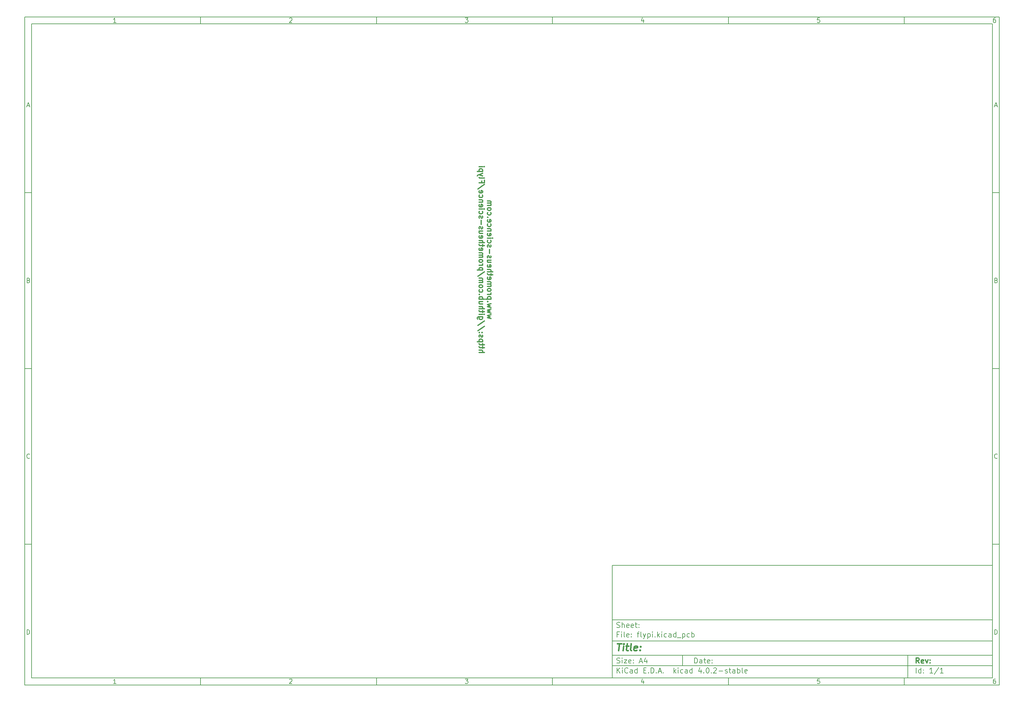
<source format=gbr>
G04 #@! TF.FileFunction,Legend,Bot*
%FSLAX46Y46*%
G04 Gerber Fmt 4.6, Leading zero omitted, Abs format (unit mm)*
G04 Created by KiCad (PCBNEW 4.0.2-stable) date 09/03/2018 10:42:28*
%MOMM*%
G01*
G04 APERTURE LIST*
%ADD10C,0.100000*%
%ADD11C,0.150000*%
%ADD12C,0.300000*%
%ADD13C,0.400000*%
G04 APERTURE END LIST*
D10*
D11*
X177002200Y-166007200D02*
X177002200Y-198007200D01*
X285002200Y-198007200D01*
X285002200Y-166007200D01*
X177002200Y-166007200D01*
D10*
D11*
X10000000Y-10000000D02*
X10000000Y-200007200D01*
X287002200Y-200007200D01*
X287002200Y-10000000D01*
X10000000Y-10000000D01*
D10*
D11*
X12000000Y-12000000D02*
X12000000Y-198007200D01*
X285002200Y-198007200D01*
X285002200Y-12000000D01*
X12000000Y-12000000D01*
D10*
D11*
X60000000Y-12000000D02*
X60000000Y-10000000D01*
D10*
D11*
X110000000Y-12000000D02*
X110000000Y-10000000D01*
D10*
D11*
X160000000Y-12000000D02*
X160000000Y-10000000D01*
D10*
D11*
X210000000Y-12000000D02*
X210000000Y-10000000D01*
D10*
D11*
X260000000Y-12000000D02*
X260000000Y-10000000D01*
D10*
D11*
X35990476Y-11588095D02*
X35247619Y-11588095D01*
X35619048Y-11588095D02*
X35619048Y-10288095D01*
X35495238Y-10473810D01*
X35371429Y-10597619D01*
X35247619Y-10659524D01*
D10*
D11*
X85247619Y-10411905D02*
X85309524Y-10350000D01*
X85433333Y-10288095D01*
X85742857Y-10288095D01*
X85866667Y-10350000D01*
X85928571Y-10411905D01*
X85990476Y-10535714D01*
X85990476Y-10659524D01*
X85928571Y-10845238D01*
X85185714Y-11588095D01*
X85990476Y-11588095D01*
D10*
D11*
X135185714Y-10288095D02*
X135990476Y-10288095D01*
X135557143Y-10783333D01*
X135742857Y-10783333D01*
X135866667Y-10845238D01*
X135928571Y-10907143D01*
X135990476Y-11030952D01*
X135990476Y-11340476D01*
X135928571Y-11464286D01*
X135866667Y-11526190D01*
X135742857Y-11588095D01*
X135371429Y-11588095D01*
X135247619Y-11526190D01*
X135185714Y-11464286D01*
D10*
D11*
X185866667Y-10721429D02*
X185866667Y-11588095D01*
X185557143Y-10226190D02*
X185247619Y-11154762D01*
X186052381Y-11154762D01*
D10*
D11*
X235928571Y-10288095D02*
X235309524Y-10288095D01*
X235247619Y-10907143D01*
X235309524Y-10845238D01*
X235433333Y-10783333D01*
X235742857Y-10783333D01*
X235866667Y-10845238D01*
X235928571Y-10907143D01*
X235990476Y-11030952D01*
X235990476Y-11340476D01*
X235928571Y-11464286D01*
X235866667Y-11526190D01*
X235742857Y-11588095D01*
X235433333Y-11588095D01*
X235309524Y-11526190D01*
X235247619Y-11464286D01*
D10*
D11*
X285866667Y-10288095D02*
X285619048Y-10288095D01*
X285495238Y-10350000D01*
X285433333Y-10411905D01*
X285309524Y-10597619D01*
X285247619Y-10845238D01*
X285247619Y-11340476D01*
X285309524Y-11464286D01*
X285371429Y-11526190D01*
X285495238Y-11588095D01*
X285742857Y-11588095D01*
X285866667Y-11526190D01*
X285928571Y-11464286D01*
X285990476Y-11340476D01*
X285990476Y-11030952D01*
X285928571Y-10907143D01*
X285866667Y-10845238D01*
X285742857Y-10783333D01*
X285495238Y-10783333D01*
X285371429Y-10845238D01*
X285309524Y-10907143D01*
X285247619Y-11030952D01*
D10*
D11*
X60000000Y-198007200D02*
X60000000Y-200007200D01*
D10*
D11*
X110000000Y-198007200D02*
X110000000Y-200007200D01*
D10*
D11*
X160000000Y-198007200D02*
X160000000Y-200007200D01*
D10*
D11*
X210000000Y-198007200D02*
X210000000Y-200007200D01*
D10*
D11*
X260000000Y-198007200D02*
X260000000Y-200007200D01*
D10*
D11*
X35990476Y-199595295D02*
X35247619Y-199595295D01*
X35619048Y-199595295D02*
X35619048Y-198295295D01*
X35495238Y-198481010D01*
X35371429Y-198604819D01*
X35247619Y-198666724D01*
D10*
D11*
X85247619Y-198419105D02*
X85309524Y-198357200D01*
X85433333Y-198295295D01*
X85742857Y-198295295D01*
X85866667Y-198357200D01*
X85928571Y-198419105D01*
X85990476Y-198542914D01*
X85990476Y-198666724D01*
X85928571Y-198852438D01*
X85185714Y-199595295D01*
X85990476Y-199595295D01*
D10*
D11*
X135185714Y-198295295D02*
X135990476Y-198295295D01*
X135557143Y-198790533D01*
X135742857Y-198790533D01*
X135866667Y-198852438D01*
X135928571Y-198914343D01*
X135990476Y-199038152D01*
X135990476Y-199347676D01*
X135928571Y-199471486D01*
X135866667Y-199533390D01*
X135742857Y-199595295D01*
X135371429Y-199595295D01*
X135247619Y-199533390D01*
X135185714Y-199471486D01*
D10*
D11*
X185866667Y-198728629D02*
X185866667Y-199595295D01*
X185557143Y-198233390D02*
X185247619Y-199161962D01*
X186052381Y-199161962D01*
D10*
D11*
X235928571Y-198295295D02*
X235309524Y-198295295D01*
X235247619Y-198914343D01*
X235309524Y-198852438D01*
X235433333Y-198790533D01*
X235742857Y-198790533D01*
X235866667Y-198852438D01*
X235928571Y-198914343D01*
X235990476Y-199038152D01*
X235990476Y-199347676D01*
X235928571Y-199471486D01*
X235866667Y-199533390D01*
X235742857Y-199595295D01*
X235433333Y-199595295D01*
X235309524Y-199533390D01*
X235247619Y-199471486D01*
D10*
D11*
X285866667Y-198295295D02*
X285619048Y-198295295D01*
X285495238Y-198357200D01*
X285433333Y-198419105D01*
X285309524Y-198604819D01*
X285247619Y-198852438D01*
X285247619Y-199347676D01*
X285309524Y-199471486D01*
X285371429Y-199533390D01*
X285495238Y-199595295D01*
X285742857Y-199595295D01*
X285866667Y-199533390D01*
X285928571Y-199471486D01*
X285990476Y-199347676D01*
X285990476Y-199038152D01*
X285928571Y-198914343D01*
X285866667Y-198852438D01*
X285742857Y-198790533D01*
X285495238Y-198790533D01*
X285371429Y-198852438D01*
X285309524Y-198914343D01*
X285247619Y-199038152D01*
D10*
D11*
X10000000Y-60000000D02*
X12000000Y-60000000D01*
D10*
D11*
X10000000Y-110000000D02*
X12000000Y-110000000D01*
D10*
D11*
X10000000Y-160000000D02*
X12000000Y-160000000D01*
D10*
D11*
X10690476Y-35216667D02*
X11309524Y-35216667D01*
X10566667Y-35588095D02*
X11000000Y-34288095D01*
X11433333Y-35588095D01*
D10*
D11*
X11092857Y-84907143D02*
X11278571Y-84969048D01*
X11340476Y-85030952D01*
X11402381Y-85154762D01*
X11402381Y-85340476D01*
X11340476Y-85464286D01*
X11278571Y-85526190D01*
X11154762Y-85588095D01*
X10659524Y-85588095D01*
X10659524Y-84288095D01*
X11092857Y-84288095D01*
X11216667Y-84350000D01*
X11278571Y-84411905D01*
X11340476Y-84535714D01*
X11340476Y-84659524D01*
X11278571Y-84783333D01*
X11216667Y-84845238D01*
X11092857Y-84907143D01*
X10659524Y-84907143D01*
D10*
D11*
X11402381Y-135464286D02*
X11340476Y-135526190D01*
X11154762Y-135588095D01*
X11030952Y-135588095D01*
X10845238Y-135526190D01*
X10721429Y-135402381D01*
X10659524Y-135278571D01*
X10597619Y-135030952D01*
X10597619Y-134845238D01*
X10659524Y-134597619D01*
X10721429Y-134473810D01*
X10845238Y-134350000D01*
X11030952Y-134288095D01*
X11154762Y-134288095D01*
X11340476Y-134350000D01*
X11402381Y-134411905D01*
D10*
D11*
X10659524Y-185588095D02*
X10659524Y-184288095D01*
X10969048Y-184288095D01*
X11154762Y-184350000D01*
X11278571Y-184473810D01*
X11340476Y-184597619D01*
X11402381Y-184845238D01*
X11402381Y-185030952D01*
X11340476Y-185278571D01*
X11278571Y-185402381D01*
X11154762Y-185526190D01*
X10969048Y-185588095D01*
X10659524Y-185588095D01*
D10*
D11*
X287002200Y-60000000D02*
X285002200Y-60000000D01*
D10*
D11*
X287002200Y-110000000D02*
X285002200Y-110000000D01*
D10*
D11*
X287002200Y-160000000D02*
X285002200Y-160000000D01*
D10*
D11*
X285692676Y-35216667D02*
X286311724Y-35216667D01*
X285568867Y-35588095D02*
X286002200Y-34288095D01*
X286435533Y-35588095D01*
D10*
D11*
X286095057Y-84907143D02*
X286280771Y-84969048D01*
X286342676Y-85030952D01*
X286404581Y-85154762D01*
X286404581Y-85340476D01*
X286342676Y-85464286D01*
X286280771Y-85526190D01*
X286156962Y-85588095D01*
X285661724Y-85588095D01*
X285661724Y-84288095D01*
X286095057Y-84288095D01*
X286218867Y-84350000D01*
X286280771Y-84411905D01*
X286342676Y-84535714D01*
X286342676Y-84659524D01*
X286280771Y-84783333D01*
X286218867Y-84845238D01*
X286095057Y-84907143D01*
X285661724Y-84907143D01*
D10*
D11*
X286404581Y-135464286D02*
X286342676Y-135526190D01*
X286156962Y-135588095D01*
X286033152Y-135588095D01*
X285847438Y-135526190D01*
X285723629Y-135402381D01*
X285661724Y-135278571D01*
X285599819Y-135030952D01*
X285599819Y-134845238D01*
X285661724Y-134597619D01*
X285723629Y-134473810D01*
X285847438Y-134350000D01*
X286033152Y-134288095D01*
X286156962Y-134288095D01*
X286342676Y-134350000D01*
X286404581Y-134411905D01*
D10*
D11*
X285661724Y-185588095D02*
X285661724Y-184288095D01*
X285971248Y-184288095D01*
X286156962Y-184350000D01*
X286280771Y-184473810D01*
X286342676Y-184597619D01*
X286404581Y-184845238D01*
X286404581Y-185030952D01*
X286342676Y-185278571D01*
X286280771Y-185402381D01*
X286156962Y-185526190D01*
X285971248Y-185588095D01*
X285661724Y-185588095D01*
D10*
D11*
X200359343Y-193785771D02*
X200359343Y-192285771D01*
X200716486Y-192285771D01*
X200930771Y-192357200D01*
X201073629Y-192500057D01*
X201145057Y-192642914D01*
X201216486Y-192928629D01*
X201216486Y-193142914D01*
X201145057Y-193428629D01*
X201073629Y-193571486D01*
X200930771Y-193714343D01*
X200716486Y-193785771D01*
X200359343Y-193785771D01*
X202502200Y-193785771D02*
X202502200Y-193000057D01*
X202430771Y-192857200D01*
X202287914Y-192785771D01*
X202002200Y-192785771D01*
X201859343Y-192857200D01*
X202502200Y-193714343D02*
X202359343Y-193785771D01*
X202002200Y-193785771D01*
X201859343Y-193714343D01*
X201787914Y-193571486D01*
X201787914Y-193428629D01*
X201859343Y-193285771D01*
X202002200Y-193214343D01*
X202359343Y-193214343D01*
X202502200Y-193142914D01*
X203002200Y-192785771D02*
X203573629Y-192785771D01*
X203216486Y-192285771D02*
X203216486Y-193571486D01*
X203287914Y-193714343D01*
X203430772Y-193785771D01*
X203573629Y-193785771D01*
X204645057Y-193714343D02*
X204502200Y-193785771D01*
X204216486Y-193785771D01*
X204073629Y-193714343D01*
X204002200Y-193571486D01*
X204002200Y-193000057D01*
X204073629Y-192857200D01*
X204216486Y-192785771D01*
X204502200Y-192785771D01*
X204645057Y-192857200D01*
X204716486Y-193000057D01*
X204716486Y-193142914D01*
X204002200Y-193285771D01*
X205359343Y-193642914D02*
X205430771Y-193714343D01*
X205359343Y-193785771D01*
X205287914Y-193714343D01*
X205359343Y-193642914D01*
X205359343Y-193785771D01*
X205359343Y-192857200D02*
X205430771Y-192928629D01*
X205359343Y-193000057D01*
X205287914Y-192928629D01*
X205359343Y-192857200D01*
X205359343Y-193000057D01*
D10*
D11*
X177002200Y-194507200D02*
X285002200Y-194507200D01*
D10*
D11*
X178359343Y-196585771D02*
X178359343Y-195085771D01*
X179216486Y-196585771D02*
X178573629Y-195728629D01*
X179216486Y-195085771D02*
X178359343Y-195942914D01*
X179859343Y-196585771D02*
X179859343Y-195585771D01*
X179859343Y-195085771D02*
X179787914Y-195157200D01*
X179859343Y-195228629D01*
X179930771Y-195157200D01*
X179859343Y-195085771D01*
X179859343Y-195228629D01*
X181430772Y-196442914D02*
X181359343Y-196514343D01*
X181145057Y-196585771D01*
X181002200Y-196585771D01*
X180787915Y-196514343D01*
X180645057Y-196371486D01*
X180573629Y-196228629D01*
X180502200Y-195942914D01*
X180502200Y-195728629D01*
X180573629Y-195442914D01*
X180645057Y-195300057D01*
X180787915Y-195157200D01*
X181002200Y-195085771D01*
X181145057Y-195085771D01*
X181359343Y-195157200D01*
X181430772Y-195228629D01*
X182716486Y-196585771D02*
X182716486Y-195800057D01*
X182645057Y-195657200D01*
X182502200Y-195585771D01*
X182216486Y-195585771D01*
X182073629Y-195657200D01*
X182716486Y-196514343D02*
X182573629Y-196585771D01*
X182216486Y-196585771D01*
X182073629Y-196514343D01*
X182002200Y-196371486D01*
X182002200Y-196228629D01*
X182073629Y-196085771D01*
X182216486Y-196014343D01*
X182573629Y-196014343D01*
X182716486Y-195942914D01*
X184073629Y-196585771D02*
X184073629Y-195085771D01*
X184073629Y-196514343D02*
X183930772Y-196585771D01*
X183645058Y-196585771D01*
X183502200Y-196514343D01*
X183430772Y-196442914D01*
X183359343Y-196300057D01*
X183359343Y-195871486D01*
X183430772Y-195728629D01*
X183502200Y-195657200D01*
X183645058Y-195585771D01*
X183930772Y-195585771D01*
X184073629Y-195657200D01*
X185930772Y-195800057D02*
X186430772Y-195800057D01*
X186645058Y-196585771D02*
X185930772Y-196585771D01*
X185930772Y-195085771D01*
X186645058Y-195085771D01*
X187287915Y-196442914D02*
X187359343Y-196514343D01*
X187287915Y-196585771D01*
X187216486Y-196514343D01*
X187287915Y-196442914D01*
X187287915Y-196585771D01*
X188002201Y-196585771D02*
X188002201Y-195085771D01*
X188359344Y-195085771D01*
X188573629Y-195157200D01*
X188716487Y-195300057D01*
X188787915Y-195442914D01*
X188859344Y-195728629D01*
X188859344Y-195942914D01*
X188787915Y-196228629D01*
X188716487Y-196371486D01*
X188573629Y-196514343D01*
X188359344Y-196585771D01*
X188002201Y-196585771D01*
X189502201Y-196442914D02*
X189573629Y-196514343D01*
X189502201Y-196585771D01*
X189430772Y-196514343D01*
X189502201Y-196442914D01*
X189502201Y-196585771D01*
X190145058Y-196157200D02*
X190859344Y-196157200D01*
X190002201Y-196585771D02*
X190502201Y-195085771D01*
X191002201Y-196585771D01*
X191502201Y-196442914D02*
X191573629Y-196514343D01*
X191502201Y-196585771D01*
X191430772Y-196514343D01*
X191502201Y-196442914D01*
X191502201Y-196585771D01*
X194502201Y-196585771D02*
X194502201Y-195085771D01*
X194645058Y-196014343D02*
X195073629Y-196585771D01*
X195073629Y-195585771D02*
X194502201Y-196157200D01*
X195716487Y-196585771D02*
X195716487Y-195585771D01*
X195716487Y-195085771D02*
X195645058Y-195157200D01*
X195716487Y-195228629D01*
X195787915Y-195157200D01*
X195716487Y-195085771D01*
X195716487Y-195228629D01*
X197073630Y-196514343D02*
X196930773Y-196585771D01*
X196645059Y-196585771D01*
X196502201Y-196514343D01*
X196430773Y-196442914D01*
X196359344Y-196300057D01*
X196359344Y-195871486D01*
X196430773Y-195728629D01*
X196502201Y-195657200D01*
X196645059Y-195585771D01*
X196930773Y-195585771D01*
X197073630Y-195657200D01*
X198359344Y-196585771D02*
X198359344Y-195800057D01*
X198287915Y-195657200D01*
X198145058Y-195585771D01*
X197859344Y-195585771D01*
X197716487Y-195657200D01*
X198359344Y-196514343D02*
X198216487Y-196585771D01*
X197859344Y-196585771D01*
X197716487Y-196514343D01*
X197645058Y-196371486D01*
X197645058Y-196228629D01*
X197716487Y-196085771D01*
X197859344Y-196014343D01*
X198216487Y-196014343D01*
X198359344Y-195942914D01*
X199716487Y-196585771D02*
X199716487Y-195085771D01*
X199716487Y-196514343D02*
X199573630Y-196585771D01*
X199287916Y-196585771D01*
X199145058Y-196514343D01*
X199073630Y-196442914D01*
X199002201Y-196300057D01*
X199002201Y-195871486D01*
X199073630Y-195728629D01*
X199145058Y-195657200D01*
X199287916Y-195585771D01*
X199573630Y-195585771D01*
X199716487Y-195657200D01*
X202216487Y-195585771D02*
X202216487Y-196585771D01*
X201859344Y-195014343D02*
X201502201Y-196085771D01*
X202430773Y-196085771D01*
X203002201Y-196442914D02*
X203073629Y-196514343D01*
X203002201Y-196585771D01*
X202930772Y-196514343D01*
X203002201Y-196442914D01*
X203002201Y-196585771D01*
X204002201Y-195085771D02*
X204145058Y-195085771D01*
X204287915Y-195157200D01*
X204359344Y-195228629D01*
X204430773Y-195371486D01*
X204502201Y-195657200D01*
X204502201Y-196014343D01*
X204430773Y-196300057D01*
X204359344Y-196442914D01*
X204287915Y-196514343D01*
X204145058Y-196585771D01*
X204002201Y-196585771D01*
X203859344Y-196514343D01*
X203787915Y-196442914D01*
X203716487Y-196300057D01*
X203645058Y-196014343D01*
X203645058Y-195657200D01*
X203716487Y-195371486D01*
X203787915Y-195228629D01*
X203859344Y-195157200D01*
X204002201Y-195085771D01*
X205145058Y-196442914D02*
X205216486Y-196514343D01*
X205145058Y-196585771D01*
X205073629Y-196514343D01*
X205145058Y-196442914D01*
X205145058Y-196585771D01*
X205787915Y-195228629D02*
X205859344Y-195157200D01*
X206002201Y-195085771D01*
X206359344Y-195085771D01*
X206502201Y-195157200D01*
X206573630Y-195228629D01*
X206645058Y-195371486D01*
X206645058Y-195514343D01*
X206573630Y-195728629D01*
X205716487Y-196585771D01*
X206645058Y-196585771D01*
X207287915Y-196014343D02*
X208430772Y-196014343D01*
X209073629Y-196514343D02*
X209216486Y-196585771D01*
X209502201Y-196585771D01*
X209645058Y-196514343D01*
X209716486Y-196371486D01*
X209716486Y-196300057D01*
X209645058Y-196157200D01*
X209502201Y-196085771D01*
X209287915Y-196085771D01*
X209145058Y-196014343D01*
X209073629Y-195871486D01*
X209073629Y-195800057D01*
X209145058Y-195657200D01*
X209287915Y-195585771D01*
X209502201Y-195585771D01*
X209645058Y-195657200D01*
X210145058Y-195585771D02*
X210716487Y-195585771D01*
X210359344Y-195085771D02*
X210359344Y-196371486D01*
X210430772Y-196514343D01*
X210573630Y-196585771D01*
X210716487Y-196585771D01*
X211859344Y-196585771D02*
X211859344Y-195800057D01*
X211787915Y-195657200D01*
X211645058Y-195585771D01*
X211359344Y-195585771D01*
X211216487Y-195657200D01*
X211859344Y-196514343D02*
X211716487Y-196585771D01*
X211359344Y-196585771D01*
X211216487Y-196514343D01*
X211145058Y-196371486D01*
X211145058Y-196228629D01*
X211216487Y-196085771D01*
X211359344Y-196014343D01*
X211716487Y-196014343D01*
X211859344Y-195942914D01*
X212573630Y-196585771D02*
X212573630Y-195085771D01*
X212573630Y-195657200D02*
X212716487Y-195585771D01*
X213002201Y-195585771D01*
X213145058Y-195657200D01*
X213216487Y-195728629D01*
X213287916Y-195871486D01*
X213287916Y-196300057D01*
X213216487Y-196442914D01*
X213145058Y-196514343D01*
X213002201Y-196585771D01*
X212716487Y-196585771D01*
X212573630Y-196514343D01*
X214145059Y-196585771D02*
X214002201Y-196514343D01*
X213930773Y-196371486D01*
X213930773Y-195085771D01*
X215287915Y-196514343D02*
X215145058Y-196585771D01*
X214859344Y-196585771D01*
X214716487Y-196514343D01*
X214645058Y-196371486D01*
X214645058Y-195800057D01*
X214716487Y-195657200D01*
X214859344Y-195585771D01*
X215145058Y-195585771D01*
X215287915Y-195657200D01*
X215359344Y-195800057D01*
X215359344Y-195942914D01*
X214645058Y-196085771D01*
D10*
D11*
X177002200Y-191507200D02*
X285002200Y-191507200D01*
D10*
D12*
X264216486Y-193785771D02*
X263716486Y-193071486D01*
X263359343Y-193785771D02*
X263359343Y-192285771D01*
X263930771Y-192285771D01*
X264073629Y-192357200D01*
X264145057Y-192428629D01*
X264216486Y-192571486D01*
X264216486Y-192785771D01*
X264145057Y-192928629D01*
X264073629Y-193000057D01*
X263930771Y-193071486D01*
X263359343Y-193071486D01*
X265430771Y-193714343D02*
X265287914Y-193785771D01*
X265002200Y-193785771D01*
X264859343Y-193714343D01*
X264787914Y-193571486D01*
X264787914Y-193000057D01*
X264859343Y-192857200D01*
X265002200Y-192785771D01*
X265287914Y-192785771D01*
X265430771Y-192857200D01*
X265502200Y-193000057D01*
X265502200Y-193142914D01*
X264787914Y-193285771D01*
X266002200Y-192785771D02*
X266359343Y-193785771D01*
X266716485Y-192785771D01*
X267287914Y-193642914D02*
X267359342Y-193714343D01*
X267287914Y-193785771D01*
X267216485Y-193714343D01*
X267287914Y-193642914D01*
X267287914Y-193785771D01*
X267287914Y-192857200D02*
X267359342Y-192928629D01*
X267287914Y-193000057D01*
X267216485Y-192928629D01*
X267287914Y-192857200D01*
X267287914Y-193000057D01*
D10*
D11*
X178287914Y-193714343D02*
X178502200Y-193785771D01*
X178859343Y-193785771D01*
X179002200Y-193714343D01*
X179073629Y-193642914D01*
X179145057Y-193500057D01*
X179145057Y-193357200D01*
X179073629Y-193214343D01*
X179002200Y-193142914D01*
X178859343Y-193071486D01*
X178573629Y-193000057D01*
X178430771Y-192928629D01*
X178359343Y-192857200D01*
X178287914Y-192714343D01*
X178287914Y-192571486D01*
X178359343Y-192428629D01*
X178430771Y-192357200D01*
X178573629Y-192285771D01*
X178930771Y-192285771D01*
X179145057Y-192357200D01*
X179787914Y-193785771D02*
X179787914Y-192785771D01*
X179787914Y-192285771D02*
X179716485Y-192357200D01*
X179787914Y-192428629D01*
X179859342Y-192357200D01*
X179787914Y-192285771D01*
X179787914Y-192428629D01*
X180359343Y-192785771D02*
X181145057Y-192785771D01*
X180359343Y-193785771D01*
X181145057Y-193785771D01*
X182287914Y-193714343D02*
X182145057Y-193785771D01*
X181859343Y-193785771D01*
X181716486Y-193714343D01*
X181645057Y-193571486D01*
X181645057Y-193000057D01*
X181716486Y-192857200D01*
X181859343Y-192785771D01*
X182145057Y-192785771D01*
X182287914Y-192857200D01*
X182359343Y-193000057D01*
X182359343Y-193142914D01*
X181645057Y-193285771D01*
X183002200Y-193642914D02*
X183073628Y-193714343D01*
X183002200Y-193785771D01*
X182930771Y-193714343D01*
X183002200Y-193642914D01*
X183002200Y-193785771D01*
X183002200Y-192857200D02*
X183073628Y-192928629D01*
X183002200Y-193000057D01*
X182930771Y-192928629D01*
X183002200Y-192857200D01*
X183002200Y-193000057D01*
X184787914Y-193357200D02*
X185502200Y-193357200D01*
X184645057Y-193785771D02*
X185145057Y-192285771D01*
X185645057Y-193785771D01*
X186787914Y-192785771D02*
X186787914Y-193785771D01*
X186430771Y-192214343D02*
X186073628Y-193285771D01*
X187002200Y-193285771D01*
D10*
D11*
X263359343Y-196585771D02*
X263359343Y-195085771D01*
X264716486Y-196585771D02*
X264716486Y-195085771D01*
X264716486Y-196514343D02*
X264573629Y-196585771D01*
X264287915Y-196585771D01*
X264145057Y-196514343D01*
X264073629Y-196442914D01*
X264002200Y-196300057D01*
X264002200Y-195871486D01*
X264073629Y-195728629D01*
X264145057Y-195657200D01*
X264287915Y-195585771D01*
X264573629Y-195585771D01*
X264716486Y-195657200D01*
X265430772Y-196442914D02*
X265502200Y-196514343D01*
X265430772Y-196585771D01*
X265359343Y-196514343D01*
X265430772Y-196442914D01*
X265430772Y-196585771D01*
X265430772Y-195657200D02*
X265502200Y-195728629D01*
X265430772Y-195800057D01*
X265359343Y-195728629D01*
X265430772Y-195657200D01*
X265430772Y-195800057D01*
X268073629Y-196585771D02*
X267216486Y-196585771D01*
X267645058Y-196585771D02*
X267645058Y-195085771D01*
X267502201Y-195300057D01*
X267359343Y-195442914D01*
X267216486Y-195514343D01*
X269787914Y-195014343D02*
X268502200Y-196942914D01*
X271073629Y-196585771D02*
X270216486Y-196585771D01*
X270645058Y-196585771D02*
X270645058Y-195085771D01*
X270502201Y-195300057D01*
X270359343Y-195442914D01*
X270216486Y-195514343D01*
D10*
D11*
X177002200Y-187507200D02*
X285002200Y-187507200D01*
D10*
D13*
X178454581Y-188211962D02*
X179597438Y-188211962D01*
X178776010Y-190211962D02*
X179026010Y-188211962D01*
X180014105Y-190211962D02*
X180180771Y-188878629D01*
X180264105Y-188211962D02*
X180156962Y-188307200D01*
X180240295Y-188402438D01*
X180347439Y-188307200D01*
X180264105Y-188211962D01*
X180240295Y-188402438D01*
X180847438Y-188878629D02*
X181609343Y-188878629D01*
X181216486Y-188211962D02*
X181002200Y-189926248D01*
X181073630Y-190116724D01*
X181252201Y-190211962D01*
X181442677Y-190211962D01*
X182395058Y-190211962D02*
X182216487Y-190116724D01*
X182145057Y-189926248D01*
X182359343Y-188211962D01*
X183930772Y-190116724D02*
X183728391Y-190211962D01*
X183347439Y-190211962D01*
X183168867Y-190116724D01*
X183097438Y-189926248D01*
X183192676Y-189164343D01*
X183311724Y-188973867D01*
X183514105Y-188878629D01*
X183895057Y-188878629D01*
X184073629Y-188973867D01*
X184145057Y-189164343D01*
X184121248Y-189354819D01*
X183145057Y-189545295D01*
X184895057Y-190021486D02*
X184978392Y-190116724D01*
X184871248Y-190211962D01*
X184787915Y-190116724D01*
X184895057Y-190021486D01*
X184871248Y-190211962D01*
X185026010Y-188973867D02*
X185109344Y-189069105D01*
X185002200Y-189164343D01*
X184918867Y-189069105D01*
X185026010Y-188973867D01*
X185002200Y-189164343D01*
D10*
D11*
X178859343Y-185600057D02*
X178359343Y-185600057D01*
X178359343Y-186385771D02*
X178359343Y-184885771D01*
X179073629Y-184885771D01*
X179645057Y-186385771D02*
X179645057Y-185385771D01*
X179645057Y-184885771D02*
X179573628Y-184957200D01*
X179645057Y-185028629D01*
X179716485Y-184957200D01*
X179645057Y-184885771D01*
X179645057Y-185028629D01*
X180573629Y-186385771D02*
X180430771Y-186314343D01*
X180359343Y-186171486D01*
X180359343Y-184885771D01*
X181716485Y-186314343D02*
X181573628Y-186385771D01*
X181287914Y-186385771D01*
X181145057Y-186314343D01*
X181073628Y-186171486D01*
X181073628Y-185600057D01*
X181145057Y-185457200D01*
X181287914Y-185385771D01*
X181573628Y-185385771D01*
X181716485Y-185457200D01*
X181787914Y-185600057D01*
X181787914Y-185742914D01*
X181073628Y-185885771D01*
X182430771Y-186242914D02*
X182502199Y-186314343D01*
X182430771Y-186385771D01*
X182359342Y-186314343D01*
X182430771Y-186242914D01*
X182430771Y-186385771D01*
X182430771Y-185457200D02*
X182502199Y-185528629D01*
X182430771Y-185600057D01*
X182359342Y-185528629D01*
X182430771Y-185457200D01*
X182430771Y-185600057D01*
X184073628Y-185385771D02*
X184645057Y-185385771D01*
X184287914Y-186385771D02*
X184287914Y-185100057D01*
X184359342Y-184957200D01*
X184502200Y-184885771D01*
X184645057Y-184885771D01*
X185359343Y-186385771D02*
X185216485Y-186314343D01*
X185145057Y-186171486D01*
X185145057Y-184885771D01*
X185787914Y-185385771D02*
X186145057Y-186385771D01*
X186502199Y-185385771D02*
X186145057Y-186385771D01*
X186002199Y-186742914D01*
X185930771Y-186814343D01*
X185787914Y-186885771D01*
X187073628Y-185385771D02*
X187073628Y-186885771D01*
X187073628Y-185457200D02*
X187216485Y-185385771D01*
X187502199Y-185385771D01*
X187645056Y-185457200D01*
X187716485Y-185528629D01*
X187787914Y-185671486D01*
X187787914Y-186100057D01*
X187716485Y-186242914D01*
X187645056Y-186314343D01*
X187502199Y-186385771D01*
X187216485Y-186385771D01*
X187073628Y-186314343D01*
X188430771Y-186385771D02*
X188430771Y-185385771D01*
X188430771Y-184885771D02*
X188359342Y-184957200D01*
X188430771Y-185028629D01*
X188502199Y-184957200D01*
X188430771Y-184885771D01*
X188430771Y-185028629D01*
X189145057Y-186242914D02*
X189216485Y-186314343D01*
X189145057Y-186385771D01*
X189073628Y-186314343D01*
X189145057Y-186242914D01*
X189145057Y-186385771D01*
X189859343Y-186385771D02*
X189859343Y-184885771D01*
X190002200Y-185814343D02*
X190430771Y-186385771D01*
X190430771Y-185385771D02*
X189859343Y-185957200D01*
X191073629Y-186385771D02*
X191073629Y-185385771D01*
X191073629Y-184885771D02*
X191002200Y-184957200D01*
X191073629Y-185028629D01*
X191145057Y-184957200D01*
X191073629Y-184885771D01*
X191073629Y-185028629D01*
X192430772Y-186314343D02*
X192287915Y-186385771D01*
X192002201Y-186385771D01*
X191859343Y-186314343D01*
X191787915Y-186242914D01*
X191716486Y-186100057D01*
X191716486Y-185671486D01*
X191787915Y-185528629D01*
X191859343Y-185457200D01*
X192002201Y-185385771D01*
X192287915Y-185385771D01*
X192430772Y-185457200D01*
X193716486Y-186385771D02*
X193716486Y-185600057D01*
X193645057Y-185457200D01*
X193502200Y-185385771D01*
X193216486Y-185385771D01*
X193073629Y-185457200D01*
X193716486Y-186314343D02*
X193573629Y-186385771D01*
X193216486Y-186385771D01*
X193073629Y-186314343D01*
X193002200Y-186171486D01*
X193002200Y-186028629D01*
X193073629Y-185885771D01*
X193216486Y-185814343D01*
X193573629Y-185814343D01*
X193716486Y-185742914D01*
X195073629Y-186385771D02*
X195073629Y-184885771D01*
X195073629Y-186314343D02*
X194930772Y-186385771D01*
X194645058Y-186385771D01*
X194502200Y-186314343D01*
X194430772Y-186242914D01*
X194359343Y-186100057D01*
X194359343Y-185671486D01*
X194430772Y-185528629D01*
X194502200Y-185457200D01*
X194645058Y-185385771D01*
X194930772Y-185385771D01*
X195073629Y-185457200D01*
X195430772Y-186528629D02*
X196573629Y-186528629D01*
X196930772Y-185385771D02*
X196930772Y-186885771D01*
X196930772Y-185457200D02*
X197073629Y-185385771D01*
X197359343Y-185385771D01*
X197502200Y-185457200D01*
X197573629Y-185528629D01*
X197645058Y-185671486D01*
X197645058Y-186100057D01*
X197573629Y-186242914D01*
X197502200Y-186314343D01*
X197359343Y-186385771D01*
X197073629Y-186385771D01*
X196930772Y-186314343D01*
X198930772Y-186314343D02*
X198787915Y-186385771D01*
X198502201Y-186385771D01*
X198359343Y-186314343D01*
X198287915Y-186242914D01*
X198216486Y-186100057D01*
X198216486Y-185671486D01*
X198287915Y-185528629D01*
X198359343Y-185457200D01*
X198502201Y-185385771D01*
X198787915Y-185385771D01*
X198930772Y-185457200D01*
X199573629Y-186385771D02*
X199573629Y-184885771D01*
X199573629Y-185457200D02*
X199716486Y-185385771D01*
X200002200Y-185385771D01*
X200145057Y-185457200D01*
X200216486Y-185528629D01*
X200287915Y-185671486D01*
X200287915Y-186100057D01*
X200216486Y-186242914D01*
X200145057Y-186314343D01*
X200002200Y-186385771D01*
X199716486Y-186385771D01*
X199573629Y-186314343D01*
D10*
D11*
X177002200Y-181507200D02*
X285002200Y-181507200D01*
D10*
D11*
X178287914Y-183614343D02*
X178502200Y-183685771D01*
X178859343Y-183685771D01*
X179002200Y-183614343D01*
X179073629Y-183542914D01*
X179145057Y-183400057D01*
X179145057Y-183257200D01*
X179073629Y-183114343D01*
X179002200Y-183042914D01*
X178859343Y-182971486D01*
X178573629Y-182900057D01*
X178430771Y-182828629D01*
X178359343Y-182757200D01*
X178287914Y-182614343D01*
X178287914Y-182471486D01*
X178359343Y-182328629D01*
X178430771Y-182257200D01*
X178573629Y-182185771D01*
X178930771Y-182185771D01*
X179145057Y-182257200D01*
X179787914Y-183685771D02*
X179787914Y-182185771D01*
X180430771Y-183685771D02*
X180430771Y-182900057D01*
X180359342Y-182757200D01*
X180216485Y-182685771D01*
X180002200Y-182685771D01*
X179859342Y-182757200D01*
X179787914Y-182828629D01*
X181716485Y-183614343D02*
X181573628Y-183685771D01*
X181287914Y-183685771D01*
X181145057Y-183614343D01*
X181073628Y-183471486D01*
X181073628Y-182900057D01*
X181145057Y-182757200D01*
X181287914Y-182685771D01*
X181573628Y-182685771D01*
X181716485Y-182757200D01*
X181787914Y-182900057D01*
X181787914Y-183042914D01*
X181073628Y-183185771D01*
X183002199Y-183614343D02*
X182859342Y-183685771D01*
X182573628Y-183685771D01*
X182430771Y-183614343D01*
X182359342Y-183471486D01*
X182359342Y-182900057D01*
X182430771Y-182757200D01*
X182573628Y-182685771D01*
X182859342Y-182685771D01*
X183002199Y-182757200D01*
X183073628Y-182900057D01*
X183073628Y-183042914D01*
X182359342Y-183185771D01*
X183502199Y-182685771D02*
X184073628Y-182685771D01*
X183716485Y-182185771D02*
X183716485Y-183471486D01*
X183787913Y-183614343D01*
X183930771Y-183685771D01*
X184073628Y-183685771D01*
X184573628Y-183542914D02*
X184645056Y-183614343D01*
X184573628Y-183685771D01*
X184502199Y-183614343D01*
X184573628Y-183542914D01*
X184573628Y-183685771D01*
X184573628Y-182757200D02*
X184645056Y-182828629D01*
X184573628Y-182900057D01*
X184502199Y-182828629D01*
X184573628Y-182757200D01*
X184573628Y-182900057D01*
D10*
D11*
X197002200Y-191507200D02*
X197002200Y-194507200D01*
D10*
D11*
X261002200Y-191507200D02*
X261002200Y-198007200D01*
D12*
X142521429Y-95821429D02*
X141521429Y-95535715D01*
X142235714Y-95250001D01*
X141521429Y-94964286D01*
X142521429Y-94678572D01*
X142521429Y-94250000D02*
X141521429Y-93964286D01*
X142235714Y-93678572D01*
X141521429Y-93392857D01*
X142521429Y-93107143D01*
X142521429Y-92678571D02*
X141521429Y-92392857D01*
X142235714Y-92107143D01*
X141521429Y-91821428D01*
X142521429Y-91535714D01*
X141664286Y-90964285D02*
X141592857Y-90892857D01*
X141521429Y-90964285D01*
X141592857Y-91035714D01*
X141664286Y-90964285D01*
X141521429Y-90964285D01*
X142521429Y-90249999D02*
X141021429Y-90249999D01*
X142450000Y-90249999D02*
X142521429Y-90107142D01*
X142521429Y-89821428D01*
X142450000Y-89678571D01*
X142378571Y-89607142D01*
X142235714Y-89535713D01*
X141807143Y-89535713D01*
X141664286Y-89607142D01*
X141592857Y-89678571D01*
X141521429Y-89821428D01*
X141521429Y-90107142D01*
X141592857Y-90249999D01*
X141521429Y-88892856D02*
X142521429Y-88892856D01*
X142235714Y-88892856D02*
X142378571Y-88821428D01*
X142450000Y-88749999D01*
X142521429Y-88607142D01*
X142521429Y-88464285D01*
X141521429Y-87749999D02*
X141592857Y-87892857D01*
X141664286Y-87964285D01*
X141807143Y-88035714D01*
X142235714Y-88035714D01*
X142378571Y-87964285D01*
X142450000Y-87892857D01*
X142521429Y-87749999D01*
X142521429Y-87535714D01*
X142450000Y-87392857D01*
X142378571Y-87321428D01*
X142235714Y-87249999D01*
X141807143Y-87249999D01*
X141664286Y-87321428D01*
X141592857Y-87392857D01*
X141521429Y-87535714D01*
X141521429Y-87749999D01*
X141521429Y-86607142D02*
X142521429Y-86607142D01*
X142378571Y-86607142D02*
X142450000Y-86535714D01*
X142521429Y-86392856D01*
X142521429Y-86178571D01*
X142450000Y-86035714D01*
X142307143Y-85964285D01*
X141521429Y-85964285D01*
X142307143Y-85964285D02*
X142450000Y-85892856D01*
X142521429Y-85749999D01*
X142521429Y-85535714D01*
X142450000Y-85392856D01*
X142307143Y-85321428D01*
X141521429Y-85321428D01*
X141592857Y-84035714D02*
X141521429Y-84178571D01*
X141521429Y-84464285D01*
X141592857Y-84607142D01*
X141735714Y-84678571D01*
X142307143Y-84678571D01*
X142450000Y-84607142D01*
X142521429Y-84464285D01*
X142521429Y-84178571D01*
X142450000Y-84035714D01*
X142307143Y-83964285D01*
X142164286Y-83964285D01*
X142021429Y-84678571D01*
X142521429Y-83535714D02*
X142521429Y-82964285D01*
X143021429Y-83321428D02*
X141735714Y-83321428D01*
X141592857Y-83250000D01*
X141521429Y-83107142D01*
X141521429Y-82964285D01*
X141521429Y-82464285D02*
X143021429Y-82464285D01*
X141521429Y-81821428D02*
X142307143Y-81821428D01*
X142450000Y-81892857D01*
X142521429Y-82035714D01*
X142521429Y-82249999D01*
X142450000Y-82392857D01*
X142378571Y-82464285D01*
X141592857Y-80535714D02*
X141521429Y-80678571D01*
X141521429Y-80964285D01*
X141592857Y-81107142D01*
X141735714Y-81178571D01*
X142307143Y-81178571D01*
X142450000Y-81107142D01*
X142521429Y-80964285D01*
X142521429Y-80678571D01*
X142450000Y-80535714D01*
X142307143Y-80464285D01*
X142164286Y-80464285D01*
X142021429Y-81178571D01*
X142521429Y-79178571D02*
X141521429Y-79178571D01*
X142521429Y-79821428D02*
X141735714Y-79821428D01*
X141592857Y-79750000D01*
X141521429Y-79607142D01*
X141521429Y-79392857D01*
X141592857Y-79250000D01*
X141664286Y-79178571D01*
X141592857Y-78535714D02*
X141521429Y-78392857D01*
X141521429Y-78107142D01*
X141592857Y-77964285D01*
X141735714Y-77892857D01*
X141807143Y-77892857D01*
X141950000Y-77964285D01*
X142021429Y-78107142D01*
X142021429Y-78321428D01*
X142092857Y-78464285D01*
X142235714Y-78535714D01*
X142307143Y-78535714D01*
X142450000Y-78464285D01*
X142521429Y-78321428D01*
X142521429Y-78107142D01*
X142450000Y-77964285D01*
X142092857Y-77249999D02*
X142092857Y-76107142D01*
X141592857Y-75464285D02*
X141521429Y-75321428D01*
X141521429Y-75035713D01*
X141592857Y-74892856D01*
X141735714Y-74821428D01*
X141807143Y-74821428D01*
X141950000Y-74892856D01*
X142021429Y-75035713D01*
X142021429Y-75249999D01*
X142092857Y-75392856D01*
X142235714Y-75464285D01*
X142307143Y-75464285D01*
X142450000Y-75392856D01*
X142521429Y-75249999D01*
X142521429Y-75035713D01*
X142450000Y-74892856D01*
X141592857Y-73535713D02*
X141521429Y-73678570D01*
X141521429Y-73964284D01*
X141592857Y-74107142D01*
X141664286Y-74178570D01*
X141807143Y-74249999D01*
X142235714Y-74249999D01*
X142378571Y-74178570D01*
X142450000Y-74107142D01*
X142521429Y-73964284D01*
X142521429Y-73678570D01*
X142450000Y-73535713D01*
X141521429Y-72892856D02*
X142521429Y-72892856D01*
X143021429Y-72892856D02*
X142950000Y-72964285D01*
X142878571Y-72892856D01*
X142950000Y-72821428D01*
X143021429Y-72892856D01*
X142878571Y-72892856D01*
X141592857Y-71607142D02*
X141521429Y-71749999D01*
X141521429Y-72035713D01*
X141592857Y-72178570D01*
X141735714Y-72249999D01*
X142307143Y-72249999D01*
X142450000Y-72178570D01*
X142521429Y-72035713D01*
X142521429Y-71749999D01*
X142450000Y-71607142D01*
X142307143Y-71535713D01*
X142164286Y-71535713D01*
X142021429Y-72249999D01*
X142521429Y-70892856D02*
X141521429Y-70892856D01*
X142378571Y-70892856D02*
X142450000Y-70821428D01*
X142521429Y-70678570D01*
X142521429Y-70464285D01*
X142450000Y-70321428D01*
X142307143Y-70249999D01*
X141521429Y-70249999D01*
X141592857Y-68892856D02*
X141521429Y-69035713D01*
X141521429Y-69321427D01*
X141592857Y-69464285D01*
X141664286Y-69535713D01*
X141807143Y-69607142D01*
X142235714Y-69607142D01*
X142378571Y-69535713D01*
X142450000Y-69464285D01*
X142521429Y-69321427D01*
X142521429Y-69035713D01*
X142450000Y-68892856D01*
X141592857Y-67678571D02*
X141521429Y-67821428D01*
X141521429Y-68107142D01*
X141592857Y-68249999D01*
X141735714Y-68321428D01*
X142307143Y-68321428D01*
X142450000Y-68249999D01*
X142521429Y-68107142D01*
X142521429Y-67821428D01*
X142450000Y-67678571D01*
X142307143Y-67607142D01*
X142164286Y-67607142D01*
X142021429Y-68321428D01*
X141664286Y-66964285D02*
X141592857Y-66892857D01*
X141521429Y-66964285D01*
X141592857Y-67035714D01*
X141664286Y-66964285D01*
X141521429Y-66964285D01*
X141592857Y-65607142D02*
X141521429Y-65749999D01*
X141521429Y-66035713D01*
X141592857Y-66178571D01*
X141664286Y-66249999D01*
X141807143Y-66321428D01*
X142235714Y-66321428D01*
X142378571Y-66249999D01*
X142450000Y-66178571D01*
X142521429Y-66035713D01*
X142521429Y-65749999D01*
X142450000Y-65607142D01*
X141521429Y-64749999D02*
X141592857Y-64892857D01*
X141664286Y-64964285D01*
X141807143Y-65035714D01*
X142235714Y-65035714D01*
X142378571Y-64964285D01*
X142450000Y-64892857D01*
X142521429Y-64749999D01*
X142521429Y-64535714D01*
X142450000Y-64392857D01*
X142378571Y-64321428D01*
X142235714Y-64249999D01*
X141807143Y-64249999D01*
X141664286Y-64321428D01*
X141592857Y-64392857D01*
X141521429Y-64535714D01*
X141521429Y-64749999D01*
X141521429Y-63607142D02*
X142521429Y-63607142D01*
X142378571Y-63607142D02*
X142450000Y-63535714D01*
X142521429Y-63392856D01*
X142521429Y-63178571D01*
X142450000Y-63035714D01*
X142307143Y-62964285D01*
X141521429Y-62964285D01*
X142307143Y-62964285D02*
X142450000Y-62892856D01*
X142521429Y-62749999D01*
X142521429Y-62535714D01*
X142450000Y-62392856D01*
X142307143Y-62321428D01*
X141521429Y-62321428D01*
X139121429Y-105428573D02*
X140621429Y-105428573D01*
X139121429Y-104785716D02*
X139907143Y-104785716D01*
X140050000Y-104857145D01*
X140121429Y-105000002D01*
X140121429Y-105214287D01*
X140050000Y-105357145D01*
X139978571Y-105428573D01*
X140121429Y-104285716D02*
X140121429Y-103714287D01*
X140621429Y-104071430D02*
X139335714Y-104071430D01*
X139192857Y-104000002D01*
X139121429Y-103857144D01*
X139121429Y-103714287D01*
X140121429Y-103428573D02*
X140121429Y-102857144D01*
X140621429Y-103214287D02*
X139335714Y-103214287D01*
X139192857Y-103142859D01*
X139121429Y-103000001D01*
X139121429Y-102857144D01*
X140121429Y-102357144D02*
X138621429Y-102357144D01*
X140050000Y-102357144D02*
X140121429Y-102214287D01*
X140121429Y-101928573D01*
X140050000Y-101785716D01*
X139978571Y-101714287D01*
X139835714Y-101642858D01*
X139407143Y-101642858D01*
X139264286Y-101714287D01*
X139192857Y-101785716D01*
X139121429Y-101928573D01*
X139121429Y-102214287D01*
X139192857Y-102357144D01*
X139192857Y-101071430D02*
X139121429Y-100928573D01*
X139121429Y-100642858D01*
X139192857Y-100500001D01*
X139335714Y-100428573D01*
X139407143Y-100428573D01*
X139550000Y-100500001D01*
X139621429Y-100642858D01*
X139621429Y-100857144D01*
X139692857Y-101000001D01*
X139835714Y-101071430D01*
X139907143Y-101071430D01*
X140050000Y-101000001D01*
X140121429Y-100857144D01*
X140121429Y-100642858D01*
X140050000Y-100500001D01*
X139264286Y-99785715D02*
X139192857Y-99714287D01*
X139121429Y-99785715D01*
X139192857Y-99857144D01*
X139264286Y-99785715D01*
X139121429Y-99785715D01*
X140050000Y-99785715D02*
X139978571Y-99714287D01*
X139907143Y-99785715D01*
X139978571Y-99857144D01*
X140050000Y-99785715D01*
X139907143Y-99785715D01*
X140692857Y-98000001D02*
X138764286Y-99285715D01*
X140692857Y-96428572D02*
X138764286Y-97714286D01*
X140121429Y-95285714D02*
X138907143Y-95285714D01*
X138764286Y-95357143D01*
X138692857Y-95428571D01*
X138621429Y-95571428D01*
X138621429Y-95785714D01*
X138692857Y-95928571D01*
X139192857Y-95285714D02*
X139121429Y-95428571D01*
X139121429Y-95714285D01*
X139192857Y-95857143D01*
X139264286Y-95928571D01*
X139407143Y-96000000D01*
X139835714Y-96000000D01*
X139978571Y-95928571D01*
X140050000Y-95857143D01*
X140121429Y-95714285D01*
X140121429Y-95428571D01*
X140050000Y-95285714D01*
X139121429Y-94571428D02*
X140121429Y-94571428D01*
X140621429Y-94571428D02*
X140550000Y-94642857D01*
X140478571Y-94571428D01*
X140550000Y-94500000D01*
X140621429Y-94571428D01*
X140478571Y-94571428D01*
X140121429Y-94071428D02*
X140121429Y-93499999D01*
X140621429Y-93857142D02*
X139335714Y-93857142D01*
X139192857Y-93785714D01*
X139121429Y-93642856D01*
X139121429Y-93499999D01*
X139121429Y-92999999D02*
X140621429Y-92999999D01*
X139121429Y-92357142D02*
X139907143Y-92357142D01*
X140050000Y-92428571D01*
X140121429Y-92571428D01*
X140121429Y-92785713D01*
X140050000Y-92928571D01*
X139978571Y-92999999D01*
X140121429Y-90999999D02*
X139121429Y-90999999D01*
X140121429Y-91642856D02*
X139335714Y-91642856D01*
X139192857Y-91571428D01*
X139121429Y-91428570D01*
X139121429Y-91214285D01*
X139192857Y-91071428D01*
X139264286Y-90999999D01*
X139121429Y-90285713D02*
X140621429Y-90285713D01*
X140050000Y-90285713D02*
X140121429Y-90142856D01*
X140121429Y-89857142D01*
X140050000Y-89714285D01*
X139978571Y-89642856D01*
X139835714Y-89571427D01*
X139407143Y-89571427D01*
X139264286Y-89642856D01*
X139192857Y-89714285D01*
X139121429Y-89857142D01*
X139121429Y-90142856D01*
X139192857Y-90285713D01*
X139264286Y-88928570D02*
X139192857Y-88857142D01*
X139121429Y-88928570D01*
X139192857Y-88999999D01*
X139264286Y-88928570D01*
X139121429Y-88928570D01*
X139192857Y-87571427D02*
X139121429Y-87714284D01*
X139121429Y-87999998D01*
X139192857Y-88142856D01*
X139264286Y-88214284D01*
X139407143Y-88285713D01*
X139835714Y-88285713D01*
X139978571Y-88214284D01*
X140050000Y-88142856D01*
X140121429Y-87999998D01*
X140121429Y-87714284D01*
X140050000Y-87571427D01*
X139121429Y-86714284D02*
X139192857Y-86857142D01*
X139264286Y-86928570D01*
X139407143Y-86999999D01*
X139835714Y-86999999D01*
X139978571Y-86928570D01*
X140050000Y-86857142D01*
X140121429Y-86714284D01*
X140121429Y-86499999D01*
X140050000Y-86357142D01*
X139978571Y-86285713D01*
X139835714Y-86214284D01*
X139407143Y-86214284D01*
X139264286Y-86285713D01*
X139192857Y-86357142D01*
X139121429Y-86499999D01*
X139121429Y-86714284D01*
X139121429Y-85571427D02*
X140121429Y-85571427D01*
X139978571Y-85571427D02*
X140050000Y-85499999D01*
X140121429Y-85357141D01*
X140121429Y-85142856D01*
X140050000Y-84999999D01*
X139907143Y-84928570D01*
X139121429Y-84928570D01*
X139907143Y-84928570D02*
X140050000Y-84857141D01*
X140121429Y-84714284D01*
X140121429Y-84499999D01*
X140050000Y-84357141D01*
X139907143Y-84285713D01*
X139121429Y-84285713D01*
X140692857Y-82499999D02*
X138764286Y-83785713D01*
X140121429Y-81999998D02*
X138621429Y-81999998D01*
X140050000Y-81999998D02*
X140121429Y-81857141D01*
X140121429Y-81571427D01*
X140050000Y-81428570D01*
X139978571Y-81357141D01*
X139835714Y-81285712D01*
X139407143Y-81285712D01*
X139264286Y-81357141D01*
X139192857Y-81428570D01*
X139121429Y-81571427D01*
X139121429Y-81857141D01*
X139192857Y-81999998D01*
X139121429Y-80642855D02*
X140121429Y-80642855D01*
X139835714Y-80642855D02*
X139978571Y-80571427D01*
X140050000Y-80499998D01*
X140121429Y-80357141D01*
X140121429Y-80214284D01*
X139121429Y-79499998D02*
X139192857Y-79642856D01*
X139264286Y-79714284D01*
X139407143Y-79785713D01*
X139835714Y-79785713D01*
X139978571Y-79714284D01*
X140050000Y-79642856D01*
X140121429Y-79499998D01*
X140121429Y-79285713D01*
X140050000Y-79142856D01*
X139978571Y-79071427D01*
X139835714Y-78999998D01*
X139407143Y-78999998D01*
X139264286Y-79071427D01*
X139192857Y-79142856D01*
X139121429Y-79285713D01*
X139121429Y-79499998D01*
X139121429Y-78357141D02*
X140121429Y-78357141D01*
X139978571Y-78357141D02*
X140050000Y-78285713D01*
X140121429Y-78142855D01*
X140121429Y-77928570D01*
X140050000Y-77785713D01*
X139907143Y-77714284D01*
X139121429Y-77714284D01*
X139907143Y-77714284D02*
X140050000Y-77642855D01*
X140121429Y-77499998D01*
X140121429Y-77285713D01*
X140050000Y-77142855D01*
X139907143Y-77071427D01*
X139121429Y-77071427D01*
X139192857Y-75785713D02*
X139121429Y-75928570D01*
X139121429Y-76214284D01*
X139192857Y-76357141D01*
X139335714Y-76428570D01*
X139907143Y-76428570D01*
X140050000Y-76357141D01*
X140121429Y-76214284D01*
X140121429Y-75928570D01*
X140050000Y-75785713D01*
X139907143Y-75714284D01*
X139764286Y-75714284D01*
X139621429Y-76428570D01*
X140121429Y-75285713D02*
X140121429Y-74714284D01*
X140621429Y-75071427D02*
X139335714Y-75071427D01*
X139192857Y-74999999D01*
X139121429Y-74857141D01*
X139121429Y-74714284D01*
X139121429Y-74214284D02*
X140621429Y-74214284D01*
X139121429Y-73571427D02*
X139907143Y-73571427D01*
X140050000Y-73642856D01*
X140121429Y-73785713D01*
X140121429Y-73999998D01*
X140050000Y-74142856D01*
X139978571Y-74214284D01*
X139192857Y-72285713D02*
X139121429Y-72428570D01*
X139121429Y-72714284D01*
X139192857Y-72857141D01*
X139335714Y-72928570D01*
X139907143Y-72928570D01*
X140050000Y-72857141D01*
X140121429Y-72714284D01*
X140121429Y-72428570D01*
X140050000Y-72285713D01*
X139907143Y-72214284D01*
X139764286Y-72214284D01*
X139621429Y-72928570D01*
X140121429Y-70928570D02*
X139121429Y-70928570D01*
X140121429Y-71571427D02*
X139335714Y-71571427D01*
X139192857Y-71499999D01*
X139121429Y-71357141D01*
X139121429Y-71142856D01*
X139192857Y-70999999D01*
X139264286Y-70928570D01*
X139192857Y-70285713D02*
X139121429Y-70142856D01*
X139121429Y-69857141D01*
X139192857Y-69714284D01*
X139335714Y-69642856D01*
X139407143Y-69642856D01*
X139550000Y-69714284D01*
X139621429Y-69857141D01*
X139621429Y-70071427D01*
X139692857Y-70214284D01*
X139835714Y-70285713D01*
X139907143Y-70285713D01*
X140050000Y-70214284D01*
X140121429Y-70071427D01*
X140121429Y-69857141D01*
X140050000Y-69714284D01*
X139692857Y-68999998D02*
X139692857Y-67857141D01*
X139192857Y-67214284D02*
X139121429Y-67071427D01*
X139121429Y-66785712D01*
X139192857Y-66642855D01*
X139335714Y-66571427D01*
X139407143Y-66571427D01*
X139550000Y-66642855D01*
X139621429Y-66785712D01*
X139621429Y-66999998D01*
X139692857Y-67142855D01*
X139835714Y-67214284D01*
X139907143Y-67214284D01*
X140050000Y-67142855D01*
X140121429Y-66999998D01*
X140121429Y-66785712D01*
X140050000Y-66642855D01*
X139192857Y-65285712D02*
X139121429Y-65428569D01*
X139121429Y-65714283D01*
X139192857Y-65857141D01*
X139264286Y-65928569D01*
X139407143Y-65999998D01*
X139835714Y-65999998D01*
X139978571Y-65928569D01*
X140050000Y-65857141D01*
X140121429Y-65714283D01*
X140121429Y-65428569D01*
X140050000Y-65285712D01*
X139121429Y-64642855D02*
X140121429Y-64642855D01*
X140621429Y-64642855D02*
X140550000Y-64714284D01*
X140478571Y-64642855D01*
X140550000Y-64571427D01*
X140621429Y-64642855D01*
X140478571Y-64642855D01*
X139192857Y-63357141D02*
X139121429Y-63499998D01*
X139121429Y-63785712D01*
X139192857Y-63928569D01*
X139335714Y-63999998D01*
X139907143Y-63999998D01*
X140050000Y-63928569D01*
X140121429Y-63785712D01*
X140121429Y-63499998D01*
X140050000Y-63357141D01*
X139907143Y-63285712D01*
X139764286Y-63285712D01*
X139621429Y-63999998D01*
X140121429Y-62642855D02*
X139121429Y-62642855D01*
X139978571Y-62642855D02*
X140050000Y-62571427D01*
X140121429Y-62428569D01*
X140121429Y-62214284D01*
X140050000Y-62071427D01*
X139907143Y-61999998D01*
X139121429Y-61999998D01*
X139192857Y-60642855D02*
X139121429Y-60785712D01*
X139121429Y-61071426D01*
X139192857Y-61214284D01*
X139264286Y-61285712D01*
X139407143Y-61357141D01*
X139835714Y-61357141D01*
X139978571Y-61285712D01*
X140050000Y-61214284D01*
X140121429Y-61071426D01*
X140121429Y-60785712D01*
X140050000Y-60642855D01*
X139192857Y-59428570D02*
X139121429Y-59571427D01*
X139121429Y-59857141D01*
X139192857Y-59999998D01*
X139335714Y-60071427D01*
X139907143Y-60071427D01*
X140050000Y-59999998D01*
X140121429Y-59857141D01*
X140121429Y-59571427D01*
X140050000Y-59428570D01*
X139907143Y-59357141D01*
X139764286Y-59357141D01*
X139621429Y-60071427D01*
X140692857Y-57642856D02*
X138764286Y-58928570D01*
X139907143Y-56642855D02*
X139907143Y-57142855D01*
X139121429Y-57142855D02*
X140621429Y-57142855D01*
X140621429Y-56428569D01*
X139121429Y-55642855D02*
X139192857Y-55785713D01*
X139335714Y-55857141D01*
X140621429Y-55857141D01*
X140121429Y-55214284D02*
X139121429Y-54857141D01*
X140121429Y-54499999D02*
X139121429Y-54857141D01*
X138764286Y-54999999D01*
X138692857Y-55071427D01*
X138621429Y-55214284D01*
X140121429Y-53928570D02*
X138621429Y-53928570D01*
X140050000Y-53928570D02*
X140121429Y-53785713D01*
X140121429Y-53499999D01*
X140050000Y-53357142D01*
X139978571Y-53285713D01*
X139835714Y-53214284D01*
X139407143Y-53214284D01*
X139264286Y-53285713D01*
X139192857Y-53357142D01*
X139121429Y-53499999D01*
X139121429Y-53785713D01*
X139192857Y-53928570D01*
X139121429Y-52571427D02*
X140121429Y-52571427D01*
X140621429Y-52571427D02*
X140550000Y-52642856D01*
X140478571Y-52571427D01*
X140550000Y-52499999D01*
X140621429Y-52571427D01*
X140478571Y-52571427D01*
M02*

</source>
